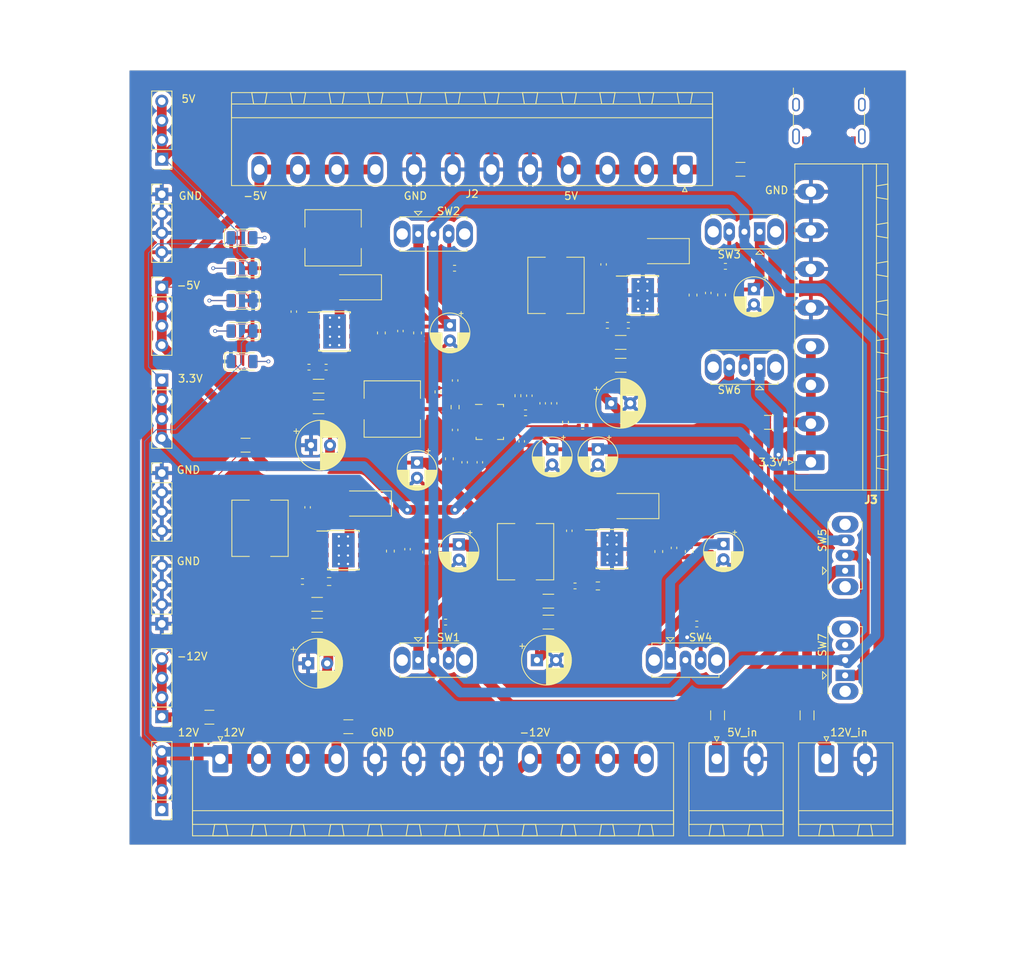
<source format=kicad_pcb>
(kicad_pcb (version 20221018) (generator pcbnew)
  (layers (0 "F.Cu" signal) (31 "B.Cu" signal) (34 "B.Paste" user) (35 "F.Paste" user) (36 "B.SilkS" user "B.Silkscreen") (37 "F.SilkS" user "F.Silkscreen") (38 "B.Mask" user) (39 "F.Mask" user) (44 "Edge.Cuts" user))
  (net 0 "")
  (net 1 "Net-(U2-BOOT)")
  (net 2 "Net-(D1-K)")
  (net 3 "Net-(SW1-A)")
  (net 4 "GND")
  (net 5 "-12V")
  (net 6 "Net-(SW2-A)")
  (net 7 "-5V")
  (net 8 "Net-(U3-BOOT)")
  (net 9 "Net-(D3-K)")
  (net 10 "Net-(SW3-A)")
  (net 11 "Net-(U4-BOOT)")
  (net 12 "Net-(D5-K)")
  (net 13 "Net-(SW6-C)")
  (net 14 "Net-(SW4-A)")
  (net 15 "Net-(U5-BOOT)")
  (net 16 "+3V3")
  (net 17 "5V_in")
  (net 18 "Net-(U1-BOOT)")
  (net 19 "Net-(C36-Pad2)")
  (net 20 "Net-(U1-VCC)")
  (net 21 "Net-(U1-SS)")
  (net 22 "Net-(SW5-C)")
  (net 23 "Net-(U1-COMP)")
  (net 24 "Net-(C44-Pad2)")
  (net 25 "Net-(D2-A)")
  (net 26 "Net-(D4-K)")
  (net 27 "Net-(D4-A)")
  (net 28 "Net-(D6-A)")
  (net 29 "Net-(D8-K)")
  (net 30 "Net-(D8-A)")
  (net 31 "Net-(D9-A)")
  (net 32 "+5VA")
  (net 33 "Net-(J1-Pin_1)")
  (net 34 "/5V_fuse")
  (net 35 "+5V")
  (net 36 "Net-(J12-Pin_1)")
  (net 37 "Net-(SW5-A)")
  (net 38 "+12VA")
  (net 44 "Net-(U2-VSENSE)")
  (net 45 "Net-(SW1-C)")
  (net 46 "Net-(SW2-C)")
  (net 47 "Net-(U3-VSENSE)")
  (net 48 "Net-(SW3-C)")
  (net 49 "Net-(U4-VSENSE)")
  (net 50 "Net-(SW4-C)")
  (net 51 "Net-(U5-VSENSE)")
  (net 52 "Net-(U1-FSW)")
  (net 53 "Net-(U1-EN)")
  (net 54 "Net-(U1-ILIM)")
  (net 55 "Net-(U1-FB)")
  (net 72 "Net-(D7-K)")
  (net 73 "+12V")
  (net 74 "Net-(SW5-B)")
  (footprint "Button_Switch_THT:SW_Slide_1P2T_CK_OS102011MS2Q" (layer "F.Cu") (at 192.25 125.5 90)
    (fp_text reference "SW7")
    (fp_text value "SW_SPDT")
  )
  (footprint "Capacitor_SMD:C_1206_3216Metric" (layer "F.Cu") (at 122.9 118.919888)
    (fp_text reference "C7" hide)
    (fp_text value "47uF" hide)
  )
  (footprint "Capacitor_THT:CP_Radial_D5.0mm_P2.00mm" (layer "F.Cu") (at 140.342621 79.5 -90)
    (fp_text reference "C9" hide)
    (fp_text value "100u" hide)
  )
  (footprint "Inductor_SMD:L_7.3x7.3_H3.5" (layer "F.Cu") (at 125 68 180)
    (fp_text reference "L2" hide)
    (fp_text value "15uH" hide)
  )
  (footprint "Fuse:Fuse_1206_3216Metric" (layer "F.Cu") (at 187.25 130.75 -90)
    (fp_text reference "F7" hide)
    (fp_text value "Fuse")
  )
  (footprint "Fuse:Fuse_1206_3216Metric" (layer "F.Cu") (at 127 132.25)
    (fp_text reference "F2" hide)
    (fp_text value "Fuse" hide)
  )
  (footprint "Connector_PinHeader_2.54mm:PinHeader_1x04_P2.54mm_Vertical" (layer "F.Cu") (at 102.5 62.277144)
    (fp_text reference "J10" hide)
    (fp_text value "Conn_01x04" hide)
  )
  (footprint "Resistor_SMD:R_0402_1005Metric" (layer "F.Cu") (at 149.275 88.75 -90)
    (fp_text reference "R19" hide)
    (fp_text value "100k" hide)
  )
  (footprint "Capacitor_THT:CP_Radial_D5.0mm_P2.00mm" (layer "F.Cu") (at 136.025 97.544888 -90)
    (fp_text reference "C35" hide)
    (fp_text value "100u/16v" hide)
  )
  (footprint "Capacitor_SMD:C_0603_1608Metric" (layer "F.Cu") (at 137.275 109.294888 90)
    (fp_text reference "C4" hide)
    (fp_text value "10uF" hide)
  )
  (footprint "Package_SO:TI_SO-PowerPAD-8_ThermalVias" (layer "F.Cu") (at 165.675 75.55)
    (fp_text reference "U4" hide)
    (fp_text value "TPS5430DDA" hide)
  )
  (footprint "Resistor_SMD:R_0402_1005Metric" (layer "F.Cu") (at 138.775 88.25 90)
    (fp_text reference "R18" hide)
    (fp_text value "100k" hide)
  )
  (footprint "Capacitor_THT:CP_Radial_D5.0mm_P2.00mm" (layer "F.Cu") (at 176.275 108.25 -90)
    (fp_text reference "C25" hide)
    (fp_text value "100u" hide)
  )
  (footprint "LED_SMD:LED_1206_3216Metric" (layer "F.Cu") (at 113.0175 76.25 180)
    (fp_text reference "D8" hide)
    (fp_text value "-5V_LED")
  )
  (footprint "Capacitor_THT:CP_Radial_D6.3mm_P2.50mm" (layer "F.Cu") (at 121.717621 123.919888)
    (fp_text reference "C8" hide)
    (fp_text value "220uF" hide)
  )
  (footprint "Connector_Phoenix_MSTB:PhoenixContact_MSTBA_2,5_12-G-5,08_1x12_P5.08mm_Horizontal" (layer "F.Cu") (at 171.19 59.0275 180)
    (fp_text reference "J2")
    (fp_text value "Conn_01x12")
  )
  (footprint "Capacitor_SMD:C_0402_1005Metric" (layer "F.Cu") (at 142.275 97.5 -90)
    (fp_text reference "C33" hide)
    (fp_text value "0.1u" hide)
  )
  (footprint "Package_DFN_QFN:Texas_VQFN-RHL-20" (layer "F.Cu") (at 145.585 92.2)
    (fp_text reference "U1" hide)
    (fp_text value "tps61088" hide)
  )
  (footprint "Fuse:Fuse_1206_3216Metric" (layer "F.Cu") (at 108.75 131 180)
    (fp_text reference "F3" hide)
    (fp_text value "Fuse")
  )
  (footprint "Fuse:Fuse_1206_3216Metric" (layer "F.Cu") (at 113.5 95.25 180)
    (fp_text reference "F5" hide)
    (fp_text value "Fuse")
  )
  (footprint "Capacitor_SMD:C_0603_1608Metric" (layer "F.Cu") (at 140.275 97.04 -90)
    (fp_text reference "C34" hide)
    (fp_text value "10u" hide)
  )
  (footprint "Connector_PinHeader_2.54mm:PinHeader_1x04_P2.54mm_Vertical" (layer "F.Cu") (at 102.5 74.488572)
    (fp_text reference "J11" hide)
    (fp_text value "Conn_01x04" hide)
  )
  (footprint "Capacitor_SMD:C_1206_3216Metric" (layer "F.Cu") (at 162.775 84.75)
    (fp_text reference "C24" hide)
    (fp_text value "47uF" hide)
  )
  (footprint "Capacitor_SMD:C_0603_1608Metric" (layer "F.Cu") (at 136.092621 80.5 90)
    (fp_text reference "C10" hide)
    (fp_text value "10uF" hide)
  )
  (footprint "Capacitor_THT:CP_Radial_D5.0mm_P2.00mm" (layer "F.Cu") (at 180.275 74.75 -90)
    (fp_text reference "C17" hide)
    (fp_text value "100u" hide)
  )
  (footprint "Capacitor_THT:CP_Radial_D5.0mm_P2.00mm" (layer "F.Cu") (at 141.525 108.294888 -90)
    (fp_text reference "C3" hide)
    (fp_text value "100u" hide)
  )
  (footprint "Resistor_SMD:R_0402_1005Metric" (layer "F.Cu") (at 140.951 72)
    (fp_text reference "R5" hide)
    (fp_text value "10M" hide)
  )
  (footprint "Capacitor_THT:CP_Radial_D6.3mm_P2.50mm" (layer "F.Cu") (at 161.525 89.75)
    (fp_text reference "C22" hide)
    (fp_text value "220uF" hide)
  )
  (footprint "Resistor_SMD:R_0402_1005Metric" (layer "F.Cu") (at 156.775 113.75)
    (fp_text reference "R14" hide)
    (fp_text value "22k" hide)
  )
  (footprint "Capacitor_SMD:C_0402_1005Metric" (layer "F.Cu") (at 149.775 94.75 -90)
    (fp_text reference "C39" hide)
    (fp_text value "0.1u" hide)
  )
  (footprint "Connector_PinHeader_2.54mm:PinHeader_1x04_P2.54mm_Vertical" (layer "F.Cu") (at 102.5 130.934284 180)
    (fp_text reference "J8" hide)
    (fp_text value "Conn_01x04" hide)
  )
  (footprint "Diode_SMD:D_SMA" (layer "F.Cu") (at 127.842621 74.5 180)
    (fp_text reference "D3" hide)
    (fp_text value "B340" hide)
  )
  (footprint "Fuse:Fuse_1206_3216Metric" (layer "F.Cu") (at 175.5 130.75 90)
    (fp_text reference "F1" hide)
    (fp_text value "Fuse")
  )
  (footprint "Resistor_SMD:R_0603_1608Metric" (layer "F.Cu") (at 159.775 113.75)
    (fp_text reference "R15" hide)
    (fp_text value "13k" hide)
  )
  (footprint "Fuse:Fuse_1206_3216Metric" (layer "F.Cu") (at 182.25 92.25 180)
    (fp_text reference "F6" hide)
    (fp_text value "Fuse")
  )
  (footprint "Package_SO:TI_SO-PowerPAD-8_ThermalVias" (layer "F.Cu") (at 125.192621 80.3)
    (fp_text reference "U3" hide)
    (fp_text value "TPS5430DDA" hide)
  )
  (footprint "Inductor_SMD:L_7.3x7.3_H3.5" (layer "F.Cu") (at 132.775 90.5)
    (fp_text reference "L5" hide)
    (fp_text value "1.5uH" hide)
  )
  (footprint "Capacitor_SMD:C_0603_1608Metric" (layer "F.Cu") (at 172.275 75.525 -90)
    (fp_text reference "C19" hide)
    (fp_text value "10uF" hide)
  )
  (footprint "Capacitor_THT:CP_Radial_D5.0mm_P2.00mm" (layer "F.Cu") (at 153.775 95.794888 -90)
    (fp_text reference "C40" hide)
    (fp_text value "100u/16v" hide)
  )
  (footprint "Button_Switch_THT:SW_Slide_1P2T_CK_OS102011MS2Q" (layer "F.Cu") (at 169.275 123.5)
    (fp_text reference "SW4")
    (fp_text value "SW_SPDT")
  )
  (footprint "Inductor_SMD:L_7.3x7.3_H3.5" (layer "F.Cu") (at 154.275 74.25 -90)
    (fp_text reference "L3" hide)
    (fp_text value "22uH" hide)
  )
  (footprint "Connector_PinHeader_2.54mm:PinHeader_1x04_P2.54mm_Vertical" (layer "F.Cu") (at 102.5 86.7)
    (fp_text reference "J12" hide)
    (fp_text value "Conn_01x04" hide)
  )
  (footprint "LED_SMD:LED_1206_3216Metric" (layer "F.Cu") (at 113.0175 68)
    (fp_text reference "D9" hide)
    (fp_text value "LED")
  )
  (footprint "Capacitor_SMD:C_0603_1608Metric" (layer "F.Cu") (at 171.775 109.225 90)
    (fp_text reference "C26" hide)
    (fp_text value "10uF" hide)
  )
  (footprint "Resistor_SMD:R_0402_1005Metric" (layer "F.Cu") (at 155.525 92.25 -90)
    (fp_text reference "R22" hide)
    (fp_text value "56k" hide)
  )
  (footprint "Capacitor_SMD:C_1206_3216Metric" (layer "F.Cu") (at 153.275 115.75)
    (fp_text reference "C32" hide)
    (fp_text value "47uF" hide)
  )
  (footprint "Capacitor_SMD:C_0603_1608Metric" (layer "F.Cu") (at 176.025 75.5 90)
    (fp_text reference "C18" hide)
    (fp_text value "10uF" hide)
  )
  (footprint "Capacitor_SMD:C_0603_1608Metric" (layer "F.Cu") (at 167.775 109.225 -90)
    (fp_text reference "C27" hide)
    (fp_text value "10uF" hide)
  )
  (footprint "Capacitor_SMD:C_0402_1005Metric" (layer "F.Cu") (at 119.842621 77.7 90)
    (fp_text reference "C13" hide)
    (fp_text value "0.01uF" hide)
  )
  (footprint "Capacitor_SMD:C_1206_3216Metric" (layer "F.Cu") (at 162.775 81.75)
    (fp_text reference "C23" hide)
    (fp_text value "47uF" hide)
  )
  (footprint "Capacitor_SMD:C_0402_1005Metric" (layer "F.Cu") (at 160.525 71.5 90)
    (fp_text reference "C21" hide)
    (fp_text value "0.01uF" hide)
  )
  (footprint "Diode_SMD:D_SMA" (layer "F.Cu") (at 164.275 103.25 180)
    (fp_text reference "D7" hide)
    (fp_text value "B340" hide)
  )
  (footprint "Capacitor_SMD:C_0402_1005Metric" (layer "F.Cu") (at 169.775 108.75 -90)
    (fp_text reference "C28" hide)
    (fp_text value "0.1uF" hide)
  )
  (footprint "Button_Switch_THT:SW_Slide_1P2T_CK_OS102011MS2Q" (layer "F.Cu") (at 181.025 67.2025 180)
    (fp_text reference "SW3")
    (fp_text value "SW_SPDT")
  )
  (footprint "Resistor_SMD:R_0402_1005Metric" (layer "F.Cu") (at 161.025 79.5)
    (fp_text reference "R10" hide)
    (fp_text value "12k" hide)
  )
  (footprint "Resistor_SMD:R_0402_1005Metric" (layer "F.Cu") (at 157.775 92.75)
    (fp_text reference "R21" hide)
    (fp_text value "510k" hide)
  )
  (footprint "Button_Switch_THT:SW_Slide_1P2T_CK_OS102011MS2Q" (layer "F.Cu") (at 136.175 67.5)
    (fp_text reference "SW2")
    (fp_text value "SW_SPDT")
  )
  (footprint "Button_Switch_THT:SW_Slide_1P2T_CK_OS102011MS2Q" (layer "F.Cu") (at 181.025 85 180)
    (fp_text reference "SW6")
    (fp_text value "SW_SPDT")
  )
  (footprint "Connector_Phoenix_MSTB:PhoenixContact_MSTBA_2,5_12-G-5,08_1x12_P5.08mm_Horizontal" (layer "F.Cu") (at 110.19 136.4725)
    (fp_text reference "12V")
    (fp_text value "Conn_01x12")
  )
  (footprint "Resistor_SMD:R_0603_1608Metric" (layer "F.Cu") (at 141.025 90.25 90)
    (fp_text reference "R17" hide)
    (fp_text value "240k" hide)
  )
  (footprint "Capacitor_SMD:C_0603_1608Metric" (layer "F.Cu") (at 132.525 109.169888 -90)
    (fp_text reference "C5" hide)
    (fp_text value "10uF" hide)
  )
  (footprint "Fuse:Fuse_1206_3216Metric" (layer "F.Cu") (at 178.5 59)
    (fp_text reference "F4" hide)
    (fp_text value "Fuse")
  )
  (footprint "LED_SMD:LED_1206_3216Metric" (layer "F.Cu") (at 113.0175 72 180)
    (fp_text reference "D6" hide)
    (fp_text value "5V_LED")
  )
  (footprint "Button_Switch_THT:SW_Slide_1P2T_CK_OS102011MS2Q" (layer "F.Cu") (at 192.25 111.75 90)
    (fp_text reference "SW5")
    (fp_text value "SW_SPDT")
  )
  (footprint "Resistor_SMD:R_0402_1005Metric" (layer "F.Cu") (at 150.275 91 180)
    (fp_text reference "R20" hide)
    (fp_text value "47k" hide)
  )
  (footprint "Resistor_SMD:R_0402_1005Metric" (layer "F.Cu") (at 172.765 118.75 180)
    (fp_text reference "R13" hide)
    (fp_text value "10M" hide)
  )
  (footprint "Capacitor_SMD:C_0402_1005Metric" (layer "F.Cu") (at 154.025 89.75 -90)
    (fp_text reference "C42" hide)
    (fp_text value "22p" hide)
  )
  (footprint "Resistor_SMD:R_0402_1005Metric" (layer "F.Cu") (at 176.525 71.75 180)
    (fp_text reference "R9" hide)
    (fp_text value "10M" hide)
  )
  (footprint "Capacitor_THT:CP_Radial_D6.3mm_P2.50mm" (layer "F.Cu") (at 151.775 123.5)
    (fp_text reference "C30" hide)
    (fp_text value "220uF" hide)
  )
  (footprint "Connector_USB:USB_C_Receptacle_GCT_USB4105-xx-A_16P_TopMnt_Horizontal" (layer "F.Cu") (at 190.125 51.57 180)
    (fp_text reference "P1" hide)
    (fp_text value "USB_C_Plug_USB2.0" hide)
  )
  (footprint "Inductor_SMD:L_7.3x7.3_H3.5" (layer "F.Cu") (at 115.4 106.169888 -90)
    (fp_text reference "L1" hide)
    (fp_text value "15uH" hide)
  )
  (footprint "Capacitor_THT:CP_Radial_D5.0mm_P2.00mm" (layer "F.Cu") (at 159.775 95.794888 -90)
    (fp_text reference "C41" hide)
    (fp_text value "100u/16v" hide)
  )
  (footprint "Capacitor_SMD:C_0402_1005Metric" (layer "F.Cu") (at 152.525 89.75 -90)
    (fp_text reference "C43" hide)
    (fp_text value "22p" hide)
  )
  (footprint "Resistor_SMD:R_0603_1608Metric" (layer "F.Cu") (at 124.475 113.169888)
    (fp_text reference "R2" hide)
    (fp_text value "2.7k" hide)
  )
  (footprint "Connector_PinHeader_2.54mm:PinHeader_1x04_P2.54mm_Vertical" (layer "F.Cu") (at 102.5 118.722856 180)
    (fp_text reference "J14" hide)
    (fp_text value "Conn_01x04" hide)
  )
  (footprint "Capacitor_SMD:C_1206_3216Metric" (layer "F.Cu") (at 123.092621 90.2)
    (fp_text reference "C15" hide)
    (fp_text value "47uF" hide)
  )
  (footprint "Capacitor_SMD:C_0603_1608Metric" (layer "F.Cu") (at 131.342621 80.5 -90)
    (fp_text reference "C11" hide)
    (fp_text value "10uF" hide)
  )
  (footprint "Capacitor_SMD:C_0402_1005Metric" (layer "F.Cu") (at 141.025 86.75 -90)
    (fp_text reference "C37" hide)
    (fp_text value "1u" hide)
  )
  (footprint "Capacitor_SMD:C_0402_1005Metric" (layer "F.Cu") (at 174.275 75.25 -90)
    (fp_text reference "C20" hide)
    (fp_text value "0.1uF" hide)
  )
  (footprint "LED_SMD:LED_1206_3216Metric" (layer "F.Cu") (at 113.0575 84.25)
    (fp_text reference "D4" hide)
    (fp_text value "-12V_LED")
  )
  (footprint "Connector_Phoenix_MSTB:PhoenixContact_MSTBA_2,5_8-G-5,08_1x08_P5.08mm_Horizontal" (layer "F.Cu") (at 187.75 97.5 90)
    (fp_text reference "J3")
    (fp_text value "Conn_01x08")
  )
  (footprint "Package_SO:TI_SO-PowerPAD-8_ThermalVias" (layer "F.Cu") (at 126.35 109.054888)
    (fp_text reference "U2" hide)
    (fp_text value "TPS5430DDA" hide)
  )
  (footprint "Resistor_SMD:R_0402_1005Metric" (layer "F.Cu") (at 120.975 113.169888)
    (fp_text reference "R1" hide)
    (fp_text value "24k" hide)
  )
  (footprint "LED_SMD:LED_1206_3216Metric" (layer "F.Cu") (at 113.0175 80.25 180)
    (fp_text reference "D2" hide)
    (fp_text value "12V_LED")
  )
  (footprint "Capacitor_SMD:C_1206_3216Metric" (layer "F.Cu") (at 123.092621 87.5)
    (fp_text reference "C16" hide)
    (fp_text value "47uF" hide)
  )
  (footprint "Connector_PinHeader_2.54mm:PinHeader_1x04_P2.54mm_Vertical" (layer "F.Cu") (at 102.5 57.665716 180)
    (fp_text reference "J9" hide)
    (fp_text value "Conn_01x04" hide)
  )
  (footprint "Resistor_SMD:R_0402_1005Metric" (layer "F.Cu") (at 124.082621 85)
    (fp_text reference "R7" hide)
    (fp_text value "3.9k" hide)
  )
  (footprint "Diode_SMD:D_SMA" (layer "F.Cu") (at 168.275 69.75 180)
    (fp_text reference "D5" hide)
    (fp_text value "B340" hide)
  )
  (footprint "Capacitor_THT:CP_Radial_D6.3mm_P2.50mm" (layer "F.Cu") (at 122.092621 95.25)
    (fp_text reference "C14" hide)
    (fp_text value "220uF" hide)
  )
  (footprint "Capacitor_SMD:C_0402_1005Metric" (layer "F.Cu") (at 144.275 97.5 -90)
    (fp_text reference "C38" hide)
    (fp_text value "0.1u" hide)
  )
  (footprint "Resistor_SMD:R_0402_1005Metric" (layer "F.Cu") (at 163.775 79.5)
    (fp_text reference "R11" hide)
    (fp_text value "3.9k" hide)
  )
  (footprint "Capacitor_SMD:C_0402_1005Metric" (layer "F.Cu") (at 121.65 103.419888 90)
    (fp_text reference "C1" hide)
    (fp_text value "0.01uF" hide)
  )
  (footprint "Diode_SMD:D_SMA" (layer "F.Cu") (at 129.15 102.919888 180)
    (fp_text reference "D1" hide)
    (fp_text value "B340" hide)
  )
  (footprint "Resistor_SMD:R_0402_1005Metric" (layer "F.Cu") (at 121.832621 85)
    (fp_text reference "R6" hide)
    (fp_text value "12k" hide)
  )
  (footprint "Capacitor_SMD:C_0402_1005Metric" (layer "F.Cu") (at 133.842621 80.25 -90)
    (fp_text reference "C12" hide)
    (fp_text value "0.1uF" hide)
  )
  (footprint "Capacitor_SMD:C_0402_1005Metric" (layer "F.Cu") (at 141.025 93.25 90)
    (fp_text reference "C36" hide)
    (fp_text value "0.1u" hide)
  )
  (footprint "Connector_Phoenix_MSTB:PhoenixContact_MSTBA_2,5_2-G-5,08_1x02_P5.08mm_Horizontal" (layer "F.Cu") (at 175.39 136.4725)
    (fp_text reference "J5" hide)
    (fp_text value "Conn_01x02")
  )
  (footprint "Capacitor_SMD:C_1206_3216Metric" (layer "F.Cu") (at 122.9 116.169888)
    (fp_text reference "C6" hide)
    (fp_text value "47uF" hide)
  )
  (footprint "Capacitor_SMD:C_0402_1005Metric" (layer "F.Cu") (at 156.025 106.5 90)
    (fp_text reference "C29" hide)
    (fp_text value "0.01uF" hide)
  )
  (footprint "Capacitor_SMD:C_0402_1005Metric" (layer "F.Cu") (at 134.775 108.919888 -90)
    (fp_text reference "C2" hide)
    (fp_text value "0.1uF" hide)
  )
  (footprint "Capacitor_SMD:C_0402_1005Metric" (layer "F.Cu") (at 150.775 88.75 -90)
    (fp_text reference "C44" hide)
    (fp_text value "1n" hide)
  )
  (footprint "Resistor_SMD:R_0402_1005Metric" (layer "F.Cu") (at 139.775 118.5 180)
    (fp_text reference "R4" hide)
    (fp_text value "10M" hide)
  )
  (footprint "Capacitor_SMD:C_1206_3216Metric" (layer "F.Cu") (at 153.275 118.5)
    (fp_text reference "C31" hide)
    (fp_text value "47uF" hide)
  )
  (footprint "Connector_Phoenix_MSTB:PhoenixContact_MSTBA_2,5_2-G-5,08_1x02_P5.08mm_Horizontal" (layer "F.Cu") (at 189.79 136.4725)
    (fp_text reference "J6" hide)
    (fp_text value "Conn_01x02")
  )
  (footprint "Connector_PinHeader_2.54mm:PinHeader_1x04_P2.54mm_Vertical" (layer "F.Cu") (at 102.5 143.145716 180)
    (fp_text reference "J7" hide)
    (fp_text value "Conn_01x04" hide)
  )
  (footprint "Inductor_SMD:L_7.3x7.3_H3.5" (layer "F.Cu") (at 150.275 109.25 -90)
    (fp_text reference "L4" hide)
    (fp_text value "22uH" hide)
  )
  (footprint "Button_Switch_THT:SW_Slide_1P2T_CK_OS102011MS2Q" (layer "F.Cu") (at 136.175 123.5)
    (fp_text reference "SW1")
    (fp_text value "SW_SPDT")
  )
  (footprint "Package_SO:TI_SO-PowerPAD-8_ThermalVias" (layer "F.Cu") (at 161.625 108.9)
    (fp_text reference "U5" hide)
    (fp_text value "TPS5430DDA" hide)
  )
  (footprint "Connector_PinHeader_2.54mm:PinHeader_1x04_P2.54mm_Vertical" (layer "F.Cu") (at 102.5 98.911428)
    (fp_text reference "J13" hide)
    (fp_text value "Conn_01x04" hide)
  )
  (footprint "Resistor_SMD:R_1206_3216Metric" (layer "B.Cu") (at 113.0375 80.25 180)
    (fp_text reference "R3" hide)
    (fp_text value "10k" hide)
  )
  (footprint "Resistor_SMD:R_1206_3216Metric" (layer "B.Cu") (at 113.0375 76.25 180)
    (fp_text reference "R16" hide)
    (fp_text value "3.3k" hide)
  )
  (footprint "Resistor_SMD:R_1206_3216Metric" (layer "B.Cu") (at 113.0375 72 180)
    (fp_text reference "R12" hide)
    (fp_text value "3.3k" hide)
  )
  (footprint "Resistor_SMD:R_1206_3216Metric" (layer "B.Cu") (at 113.0375 84.25)
    (fp_text reference "R8" hide)
    (fp_text value "10k" hide)
  )
  (footprint "Resistor_SMD:R_1206_3216Metric" (layer "B.Cu") (at 113.0375 68)
    (fp_text reference "R23" hide)
    (fp_text value "3.3k" hide)
  )
  (gr_rect (start 99.25 46.875) (end 199.25 146.875) (stroke (width 0.2)) (fill none) (layer "F.Cu"))
  (gr_rect (start 98.25 46) (end 200.25 147.75) (stroke (width 0.05)) (fill none) (layer "Edge.Cuts"))
  (gr_text "-12V" (at 106.5 123) (layer "F.SilkS") (effects (font (size 1 1))))
  (gr_text "12V" (at 106 133) (layer "F.SilkS") (effects (font (size 1 1))))
  (gr_text "5V_in" (at 178.75 133) (layer "F.SilkS") (effects (font (size 1 1))))
  (gr_text "GND" (at 106 98.5) (layer "F.SilkS") (effects (font (size 1 1))))
  (gr_text "-5V" (at 114.75 62.5) (layer "F.SilkS") (effects (font (size 1 1))))
  (gr_text "5V" (at 156.25 62.5) (layer "F.SilkS") (effects (font (size 1 1))))
  (gr_text "GND" (at 131.5 133) (layer "F.SilkS") (effects (font (size 1 1))))
  (gr_text "-12V" (at 151.5 133) (layer "F.SilkS") (effects (font (size 1 1))))
  (gr_text "GND" (at 106.25 62.5) (layer "F.SilkS") (effects (font (size 1 1))))
  (gr_text "-5V" (at 106 74.25) (layer "F.SilkS") (effects (font (size 1 1))))
  (gr_text "3.3V" (at 106.25 86.5) (layer "F.SilkS") (effects (font (size 1 1))))
  (gr_text "GND" (at 135.809523 62.5) (layer "F.SilkS") (effects (font (size 1 1))))
  (gr_text "GND" (at 183.25 61.75) (layer "F.SilkS") (effects (font (size 1 1))))
  (gr_text "12V_in" (at 192.75 133) (layer "F.SilkS") (effects (font (size 1 1))))
  (gr_text "GND" (at 106 110.5) (layer "F.SilkS") (effects (font (size 1 1))))
  (gr_text "3.3V" (at 182.5 97.5) (layer "F.SilkS") (effects (font (size 1 1))))
  (gr_text "5V" (at 106 49.75) (layer "F.SilkS") (effects (font (size 1 1))))
  (segment (start 121.65 103.899888) (end 123.65 105.899888) (width 0.254) (layer "F.Cu") (net 1))
  (segment (start 123.65 105.899888) (end 123.65 107.149888) (width 0.254) (layer "F.Cu") (net 1))
  (segment (start 129.05 105.019888) (end 131.15 102.919888) (width 0.508) (layer "F.Cu") (net 2))
  (segment (start 118.2 100.169888) (end 128.4 100.169888) (width 1.27) (layer "F.Cu") (net 2))
  (segment (start 121.62 102.969888) (end 115.4 102.969888) (width 0.508) (layer "F.Cu") (net 2))
  (segment (start 129.05 107.149888) (end 129.05 105.019888) (width 0.508) (layer "F.Cu") (net 2))
  (segment (start 115.4 102.969888) (end 118.2 100.169888) (width 1.27) (layer "F.Cu") (net 2))
  (segment (start 121.65 102.939888) (end 121.62 102.969888) (width 0.508) (layer "F.Cu") (net 2))
  (segment (start 128.4 100.169888) (end 131.15 102.919888) (width 1.27) (layer "F.Cu") (net 2))
  (segment (start 136.175 119.898213) (end 143.16 112.913213) (width 1.27) (layer "F.Cu") (net 3))
  (segment (start 129.05 108.419888) (end 141.4 108.419888) (width 0.508) (layer "F.Cu") (net 3))
  (segment (start 143.16 112.913213) (end 143.16 108.91) (width 1.27) (layer "F.Cu") (net 3))
  (segment (start 141.4 108.419888) (end 141.525 108.294888) (width 0.508) (layer "F.Cu") (net 3))
  (segment (start 136.175 123.5) (end 136.175 119.898213) (width 1.27) (layer "F.Cu") (net 3))
  (segment (start 143.16 108.91) (end 142.544888 108.294888) (width 1.27) (layer "F.Cu") (net 3))
  (segment (start 142.544888 108.294888) (end 141.525 108.294888) (width 1.27) (layer "F.Cu") (net 3))
  (via (at 171.5 120.5) (size 0.8) (drill 0.5) (layers "F.Cu" "B.Cu") (net 4))
  (segment (start 132.27 109.689888) (end 132.525 109.944888) (width 0.508) (layer "F.Cu") (net 5))
  (segment (start 124.375 123.762509) (end 124.217621 123.919888) (width 1.27) (layer "F.Cu") (net 5))
  (segment (start 125.3 113.169888) (end 126.35 112.119888) (width 0.508) (layer "F.Cu") (net 5))
  (segment (start 118.268879 131) (end 124.217621 125.051258) (width 1.27) (layer "F.Cu") (net 5))
  (segment (start 126.35 109.054888) (end 126.35 112.119888) (width 1.27) (layer "F.Cu") (net 5))
  (segment (start 129.05 109.689888) (end 132.27 109.689888) (width 0.508) (layer "F.Cu") (net 5))
  (segment (start 124.375 118.919888) (end 124.375 123.762509) (width 1.27) (layer "F.Cu") (net 5))
  (segment (start 110.15 131) (end 118.268879 131) (width 1.27) (layer "F.Cu") (net 5))
  (segment (start 127.15 102.919888) (end 127.15 108.254888) (width 1.27) (layer "F.Cu") (net 5))
  (segment (start 124.375 118.919888) (end 124.375 116.169888) (width 1.27) (layer "F.Cu") (net 5))
  (segment (start 124.375 114.094888) (end 125.3 113.169888) (width 0.508) (layer "F.Cu") (net 5))
  (segment (start 124.375 116.169888) (end 124.375 114.094888) (width 0.508) (layer "F.Cu") (net 5))
  (segment (start 124.217621 125.051258) (end 124.217621 123.919888) (width 1.27) (layer "F.Cu") (net 5))
  (segment (start 127.15 108.254888) (end 126.35 109.054888) (width 1.27) (layer "F.Cu") (net 5))
  (segment (start 136.175 67.5) (end 136.175 75.332379) (width 1.27) (layer "F.Cu") (net 6))
  (segment (start 140.177621 79.665) (end 140.342621 79.5) (width 0.508) (layer "F.Cu") (net 6))
  (segment (start 127.892621 79.665) (end 140.177621 79.665) (width 0.508) (layer "F.Cu") (net 6))
  (segment (start 136.175 75.332379) (end 140.342621 79.5) (width 1.27) (layer "F.Cu") (net 6))
  (segment (start 116.25 98) (end 114.9 96.65) (width 1.27) (layer "F.Cu") (net 7))
  (segment (start 124.592621 95.25) (end 124.592621 90.225) (width 0.508) (layer "F.Cu") (net 7))
  (segment (start 114.9 96.65) (end 114.9 95.25) (width 1.27) (layer "F.Cu") (net 7))
  (segment (start 125.842621 74.5) (end 125.842621 79.65) (width 1.27) (layer "F.Cu") (net 7))
  (segment (start 124.592621 95.25) (end 124.592621 96.907379) (width 1.27) (layer "F.Cu") (net 7))
  (segment (start 125.842621 79.65) (end 125.192621 80.3) (width 1.27) (layer "F.Cu") (net 7))
  (segment (start 124.592621 90.225) (end 124.567621 90.2) (width 0.508) (layer "F.Cu") (net 7))
  (segment (start 131.002621 80.935) (end 131.342621 81.275) (width 0.508) (layer "F.Cu") (net 7))
  (segment (start 124.592621 90.175) (end 124.567621 90.2) (width 0.508) (layer "F.Cu") (net 7))
  (segment (start 124.592621 85) (end 124.592621 90.175) (width 0.508) (layer "F.Cu") (net 7))
  (segment (start 123.5 98) (end 116.25 98) (width 1.27) (layer "F.Cu") (net 7))
  (segment (start 127.892621 80.935) (end 131.002621 80.935) (width 0.508) (layer "F.Cu") (net 7))
  (segment (start 124.592621 96.907379) (end 123.5 98) (width 1.27) (layer "F.Cu") (net 7))
  (segment (start 122.492621 78.395) (end 120.057621 78.395) (width 0.508) (layer "F.Cu") (net 8))
  (segment (start 120.057621 78.395) (end 119.842621 78.18) (width 0.508) (layer "F.Cu") (net 8))
  (segment (start 128.2 68) (end 128.2 70.5) (width 1.27) (layer "F.Cu") (net 9))
  (segment (start 119.842621 77.22) (end 126.562621 70.5) (width 0.508) (layer "F.Cu") (net 9))
  (segment (start 126.562621 70.5) (end 128.2 70.5) (width 0.508) (layer "F.Cu") (net 9))
  (segment (start 129.842621 74.5) (end 129.842621 76.445) (width 0.508) (layer "F.Cu") (net 9))
  (segment (start 128.2 72.857379) (end 129.842621 74.5) (width 1.27) (layer "F.Cu") (net 9))
  (segment (start 119.812621 77.25) (end 119.842621 77.22) (width 0.508) (layer "F.Cu") (net 9))
  (segment (start 128.2 70.5) (end 128.2 72.857379) (width 1.27) (layer "F.Cu") (net 9))
  (segment (start 129.842621 76.445) (end 127.892621 78.395) (width 0.508) (layer "F.Cu") (net 9))
  (segment (start 172.275 74.75) (end 172.319888 74.794888) (width 0.508) (layer "F.Cu") (net 10))
  (segment (start 168.54 74.75) (end 168.375 74.915) (width 0.508) (layer "F.Cu") (net 10))
  (segment (start 180.230112 74.794888) (end 180.275 74.75) (width 0.508) (layer "F.Cu") (net 10))
  (segment (start 181.025 67.2025) (end 181.025 74) (width 1.27) (layer "F.Cu") (net 10))
  (segment (start 181.025 74) (end 180.275 74.75) (width 1.27) (layer "F.Cu") (net 10))
  (segment (start 172.275 74.75) (end 168.54 74.75) (width 0.508) (layer "F.Cu") (net 10))
  (segment (start 172.319888 74.794888) (end 180.230112 74.794888) (width 0.508) (layer "F.Cu") (net 10))
  (segment (start 161.31 71.98) (end 162.975 73.645) (width 0.508) (layer "F.Cu") (net 11))
  (segment (start 160.525 71.98) (end 161.31 71.98) (width 0.508) (layer "F.Cu") (net 11))
  (segment (start 168.375 73.645) (end 168.375 71.65) (width 0.508) (layer "F.Cu") (net 12))
  (segment (start 160.525 71.02) (end 160.495 71.05) (width 0.508) (layer "F.Cu") (net 12))
  (segment (start 168.375 71.65) (end 170.275 69.75) (width 0.508) (layer "F.Cu") (net 12))
  (segment (start 158.825 66.5) (end 167.025 66.5) (width 1.27) (layer "F.Cu") (net 12))
  (segment (start 154.275 71.05) (end 158.825 66.5) (width 1.27) (layer "F.Cu") (net 12))
  (segment (start 160.495 71.05) (end 154.275 71.05) (width 0.508) (layer "F.Cu") (net 12))
  (segment (start 167.025 66.5) (end 170.275 69.75) (width 1.27) (layer "F.Cu") (net 12))
  (segment (start 172.16 91.385) (end 163.16 91.385) (width 1.27) (layer "F.Cu") (net 13))
  (segment (start 177.025 85) (end 177.025 86.52) (width 1.27) (layer "F.Cu") (net 13))
  (segment (start 161.3 81.75) (end 155.025 81.75) (width 0.508) (layer "F.Cu") (net 13))
  (segment (start 155.9 84.125) (end 161.525 89.75) (width 1.27) (layer "F.Cu") (net 13))
  (segment (start 154.275 77.45) (end 154.275 79.5) (width 1.27) (layer "F.Cu") (net 13))
  (segment (start 161.3 84.75) (end 156.525 84.75) (width 0.508) (layer "F.Cu") (net 13))
  (segment (start 177.025 86.52) (end 172.16 91.385) (width 1.27) (layer "F.Cu") (net 13))
  (segment (start 154.275 79.5) (end 154.275 82.5) (width 1.27) (layer "F.Cu") (net 13))
  (segment (start 160.515 79.5) (end 154.275 79.5) (width 0.508) (layer "F.Cu") (net 13))
  (segment (start 154.275 82.5) (end 155.9 84.125) (width 1.27) (layer "F.Cu") (net 13))
  (segment (start 163.16 91.385) (end 161.525 89.75) (width 1.27) (layer "F.Cu") (net 13))
  (segment (start 156.525 84.75) (end 155.9 84.125) (width 0.508) (layer "F.Cu") (net 13))
  (segment (start 176.26 108.265) (end 176.275 108.25) (width 0.508) (layer "F.Cu") (net 14))
  (segment (start 164.325 108.265) (end 176.26 108.265) (width 0.508) (layer "F.Cu") (net 14))
  (segment (start 174.205 108.25) (end 176.275 108.25) (width 1.27) (layer "B.Cu") (net 14))
  (segment (start 169.275 113.18) (end 174.205 108.25) (width 1.27) (layer "B.Cu") (net 14))
  (segment (start 169.275 123.5) (end 169.275 113.18) (width 1.27) (layer "B.Cu") (net 14))
  (segment (start 158.925 106.995) (end 156.04 106.995) (width 0.508) (layer "F.Cu") (net 15))
  (segment (start 156.04 106.995) (end 156.025 106.98) (width 0.508) (layer "F.Cu") (net 15))
  (segment (start 156.265 113.75) (end 151.575 113.75) (width 0.508) (layer "F.Cu") (net 16))
  (segment (start 167.92224 120.915) (end 154.36 120.915) (width 1.27) (layer "F.Cu") (net 16))
  (segment (start 151.575 113.75) (end 150.925 113.1) (width 0.508) (layer "F.Cu") (net 16))
  (segment (start 154.36 120.915) (end 151.775 123.5) (width 1.27) (layer "F.Cu") (net 16))
  (segment (start 180.85 107.98724) (end 167.92224 120.915) (width 1.27) (layer "F.Cu") (net 16))
  (segment (start 180.85 92.25) (end 180.85 107.98724) (width 1.27) (layer "F.Cu") (net 16))
  (segment (start 151.775 113.95) (end 150.925 113.1) (width 0.508) (layer "F.Cu") (net 16))
  (segment (start 151.775 123.5) (end 151.775 113.95) (width 0.508) (layer "F.Cu") (net 16))
  (segment (start 150.925 113.1) (end 150.275 112.45) (width 0.508) (layer "F.Cu") (net 16))
  (segment (start 136.025 97.544888) (end 138.995112 97.544888) (width 0.508) (layer "F.Cu") (net 17))
  (segment (start 140.275 96.265) (end 141.52 96.265) (width 0.508) (layer "F.Cu") (net 17))
  (segment (start 141.52 96.265) (end 142.275 97.02) (width 0.508) (layer "F.Cu") (net 17))
  (segment (start 175.5 129.35) (end 148.35 129.35) (width 1.27) (layer "F.Cu") (net 17))
  (segment (start 183.5 121.35) (end 183.5 96.5) (width 1.27) (layer "F.Cu") (net 17))
  (segment (start 138.995112 97.544888) (end 140.275 96.265) (width 0.508) (layer "F.Cu") (net 17))
  (segment (start 132.069888 97.544888) (end 136.025 97.544888) (width 0.508) (layer "F.Cu") (net 17))
  (segment (start 129.575 90.5) (end 129.575 95.05) (width 0.508) (layer "F.Cu") (net 17))
  (segment (start 143.935 95.36) (end 143.935 94.024) (width 0.508) (layer "F.Cu") (net 17))
  (segment (start 145.25 126.25) (end 145.25 105.5) (width 1.27) (layer "F.Cu") (net 17))
  (segment (start 145.25 105.5) (end 137.294888 97.544888) (width 1.27) (layer "F.Cu") (net 17))
  (segment (start 137.294888 97.544888) (end 136.025 97.544888) (width 1.27) (layer "F.Cu") (net 17))
  (segment (start 129.575 95.05) (end 132.069888 97.544888) (width 0.508) (layer "F.Cu") (net 17))
  (segment (start 142.275 97.02) (end 143.935 95.36) (width 0.508) (layer "F.Cu") (net 17))
  (segment (start 175.5 129.35) (end 183.5 121.35) (width 1.27) (layer "F.Cu") (net 17))
  (segment (start 148.35 129.35) (end 145.25 126.25) (width 1.27) (layer "F.Cu") (net 17))
  (via (at 183.5 96.5) (size 0.8) (drill 0.5) (layers "F.Cu" "B.Cu") (net 17))
  (segment (start 181.025 88.525) (end 181.025 85) (width 1.27) (layer "B.Cu") (net 17))
  (segment (start 183.5 96.5) (end 183.5 91) (width 1.27) (layer "B.Cu") (net 17))
  (segment (start 183.5 91) (end 181.025 88.525) (width 1.27) (layer "B.Cu") (net 17))
  (segment (start 141.025 92.77) (end 141.205 92.95) (width 0.254) (layer "F.Cu") (net 19))
  (segment (start 143.935 92.95) (end 143.935 91.45) (width 0.254) (layer "F.Cu") (net 19))
  (segment (start 141.205 92.95) (end 143.935 92.95) (width 0.254) (layer "F.Cu") (net 19))
  (segment (start 135.975 90.5) (end 139.95 90.5) (width 0.508) (layer "F.Cu") (net 19))
  (segment (start 138.755 90.5) (end 135.975 90.5) (width 0.254) (layer "F.Cu") (net 19))
  (segment (start 139.95 90.5) (end 141.025 89.425) (width 0.508) (layer "F.Cu") (net 19))
  (segment (start 141.025 92.77) (end 138.755 90.5) (width 0.254) (layer "F.Cu") (net 19))
  (segment (start 142.015 87.23) (end 141.025 87.23) (width 0.254) (layer "F.Cu") (net 20))
  (segment (start 140.515 87.74) (end 141.025 87.23) (width 0.254) (layer "F.Cu") (net 20))
  (segment (start 144.835 90.05) (end 142.015 87.23) (width 0.254) (layer "F.Cu") (net 20))
  (segment (start 138.775 87.74) (end 140.515 87.74) (width 0.254) (layer "F.Cu") (net 20))
  (segment (start 144.835 96.46) (end 144.835 94.35) (width 0.254) (layer "F.Cu") (net 21))
  (segment (start 144.275 97.02) (end 144.835 96.46) (width 0.254) (layer "F.Cu") (net 21))
  (segment (start 153.775 95.794888) (end 159.775 95.794888) (width 0.508) (layer "F.Cu") (net 22))
  (segment (start 148.455 92.95) (end 147.235 92.95) (width 0.254) (layer "F.Cu") (net 22))
  (segment (start 147.235 92.95) (end 147.235 91.95) (width 0.254) (layer "F.Cu") (net 22))
  (segment (start 149.775 94.27) (end 148.455 92.95) (width 0.254) (layer "F.Cu") (net 22))
  (segment (start 152.250112 94.27) (end 149.775 94.27) (width 0.508) (layer "F.Cu") (net 22))
  (segment (start 153.775 95.794888) (end 152.250112 94.27) (width 0.508) (layer "F.Cu") (net 22))
  (segment (start 192.25 107.75) (end 189.73 107.75) (width 1.27) (layer "B.Cu") (net 22))
  (segment (start 177.774888 95.794888) (end 159.775 95.794888) (width 1.27) (layer "B.Cu") (net 22))
  (segment (start 189.73 107.75) (end 177.774888 95.794888) (width 1.27) (layer "B.Cu") (net 22))
  (segment (start 151.744684 91.647) (end 152.525 90.866684) (width 0.254) (layer "F.Cu") (net 23))
  (segment (start 149.715 90.95) (end 149.765 91) (width 0.254) (layer "F.Cu") (net 23))
  (segment (start 149.765 91) (end 150.412 91.647) (width 0.254) (layer "F.Cu") (net 23))
  (segment (start 147.235 90.95) (end 149.715 90.95) (width 0.254) (layer "F.Cu") (net 23))
  (segment (start 154.025 90.23) (end 152.608 91.647) (width 0.254) (layer "F.Cu") (net 23))
  (segment (start 150.775 91.647) (end 151.744684 91.647) (width 0.254) (layer "F.Cu") (net 23))
  (segment (start 150.412 91.647) (end 150.775 91.647) (width 0.254) (layer "F.Cu") (net 23))
  (segment (start 152.608 91.647) (end 150.775 91.647) (width 0.254) (layer "F.Cu") (net 23))
  (segment (start 152.525 90.866684) (end 152.525 90.23) (width 0.254) (layer "F.Cu") (net 23))
  (segment (start 150.775 89.23) (end 150.775 90.99) (width 0.254) (layer "F.Cu") (net 24))
  (segment (start 150.775 90.99) (end 150.785 91) (width 0.254) (layer "F.Cu") (net 24))
  (segment (start 111.6175 80.25) (end 109.5 80.25) (width 0.127) (layer "F.Cu") (net 25))
  (via (at 109.5 80.25) (size 0.5) (drill 0.3) (layers "F.Cu" "B.Cu") (net 25))
  (segment (start 109.5 80.25) (end 111.575 80.25) (width 0.127) (layer "B.Cu") (net 25))
  (segment (start 104.75 104.326199) (end 104.75 121.064284) (width 0.127) (layer "F.Cu") (net 26))
  (segment (start 111.75 84.25) (end 113.5 86) (width 0.127) (layer "F.Cu") (net 26))
  (segment (start 113.5 95.576199) (end 104.75 104.326199) (width 0.127) (layer "F.Cu") (net 26))
  (segment (start 150.83 136.4725) (end 166.07 136.4725) (width 1.27) (layer "F.Cu") (net 26))
  (segment (start 107.35 131) (end 107.35 139.1) (width 1.27) (layer "F.Cu") (net 26))
  (segment (start 102.565716 131) (end 102.5 130.934284) (width 1.27) (layer "F.Cu") (net 26))
  (segment (start 109 140.75) (end 146.5525 140.75) (width 1.27) (layer "F.Cu") (net 26))
  (segment (start 146.5525 140.75) (end 150.83 136.4725) (width 1.27) (layer "F.Cu") (net 26))
  (segment (start 107.35 131) (end 102.565716 131) (width 1.27) (layer "F.Cu") (net 26))
  (segment (start 111.6575 84.25) (end 111.75 84.25) (width 0.127) (layer "F.Cu") (net 26))
  (segment (start 102.5 130.934284) (end 102.5 123.314284) (width 1.27) (layer "F.Cu") (net 26))
  (segment (start 107.35 139.1) (end 109 140.75) (width 1.27) (layer "F.Cu") (net 26))
  (segment (start 104.75 121.064284) (end 102.5 123.314284) (width 0.127) (layer "F.Cu") (net 26))
  (segment (start 113.5 86) (end 113.5 95.576199) (width 0.127) (layer "F.Cu") (net 26))
  (segment (start 114.4575 84.25) (end 116.5 84.25) (width 0.127) (layer "F.Cu") (net 27))
  (via (at 116.5 84.25) (size 0.5) (drill 0.3) (layers "F.Cu" "B.Cu") (net 27))
  (segment (start 116.5 84.25) (end 114.5 84.25) (width 0.127) (layer "B.Cu") (net 27))
  (segment (start 111.6175 72) (end 109.25 72) (width 0.127) (layer "F.Cu") (net 28))
  (via (at 109.25 72) (size 0.5) (drill 0.3) (layers "F.Cu" "B.Cu") (net 28))
  (segment (start 109.25 72) (end 111.575 72) (width 0.127) (layer "B.Cu") (net 28))
  (segment (start 115.31 61.678572) (end 102.5 74.488572) (width 1.27) (layer "F.Cu") (net 29))
  (segment (start 115.31 59.0275) (end 130.55 59.0275) (width 1.27) (layer "F.Cu") (net 29))
  (segment (start 112.1 95.25) (end 112.1 91.708572) (width 1.27) (layer "F.Cu") (net 29))
  (segment (start 102.5 82.108572) (end 102.5 74.488572) (width 1.27) (layer "F.Cu") (net 29))
  (segment (start 115.31 59.0275) (end 115.31 61.678572) (width 1.27) (layer "F.Cu") (net 29))
  (segment (start 114.4175 76.25) (end 112.656072 74.488572) (width 0.127) (layer "F.Cu") (net 29))
  (segment (start 112.656072 74.488572) (end 102.5 74.488572) (width 0.127) (layer "F.Cu") (net 29))
  (segment (start 112.1 91.708572) (end 102.5 82.108572) (width 1.27) (layer "F.Cu") (net 29))
  (segment (start 108.75 76.25) (end 111.6175 76.25) (width 0.127) (layer "F.Cu") (net 30))
  (via (at 108.75 76.25) (size 0.5) (drill 0.3) (layers "F.Cu" "B.Cu") (net 30))
  (segment (start 111.575 76.25) (end 108.75 76.25) (width 0.127) (layer "B.Cu") (net 30))
  (segment (start 114.4175 68) (end 116 68) (width 0.127) (layer "F.Cu") (net 31))
  (via (at 116 68) (size 0.5) (drill 0.3) (layers "F.Cu" "B.Cu") (net 31))
  (segment (start 116 68) (end 114.5 68) (width 0.127) (layer "B.Cu") (net 31))
  (segment (start 175.39 136.4725) (end 175.39 132.26) (width 1.27) (layer "F.Cu") (net 32))
  (segment (start 175.39 132.26) (end 175.5 132.15) (width 1.27) (layer "F.Cu") (net 32))
  (segment (start 125.43 136.4725) (end 125.43 132.42) (width 1.27) (layer "F.Cu") (net 33))
  (segment (start 125.43 136.4725) (end 110.19 136.4725) (width 1.27) (layer "F.Cu") (net 33))
  (segment (start 102.5 143.145716) (end 102.5 135.525716) (width 1.27) (layer "F.Cu") (net 33))
  (segment (start 125.43 132.42) (end 125.6 132.25) (width 1.27) (layer "F.Cu") (net 33))
  (segment (start 112.9565 81.7935) (end 112.9565 84.532199) (width 0.127) (layer "B.Cu") (net 33))
  (segment (start 100.25 94.75) (end 100.25 133.275716) (width 0.127) (layer "B.Cu") (net 33))
  (segment (start 101.7935 93.2065) (end 100.25 94.75) (width 0.127) (layer "B.Cu") (net 33))
  (segment (start 100.25 133.275716) (end 102.5 135.525716) (width 0.127) (layer "B.Cu") (net 33))
  (segment (start 104.282199 93.2065) (end 101.7935 93.2065) (width 0.127) (layer "B.Cu") (net 33))
  (segment (start 114.5 80.25) (end 112.9565 81.7935) (width 0.127) (layer "B.Cu") (net 33))
  (segment (start 112.9565 84.532199) (end 104.282199 93.2065) (width 0.127) (layer "B.Cu") (net 33))
  (segment (start 109.243216 135.525716) (end 110.19 136.4725) (width 1.27) (layer "B.Cu") (net 33))
  (segment (start 102.5 135.525716) (end 109.243216 135.525716) (width 1.27) (layer "B.Cu") (net 33))
  (segment (start 192.525 56.233) (end 192.525 55.25) (width 0.508) (layer "F.Cu") (net 34))
  (segment (start 177.0725 59.0275) (end 177.1 59) (width 1.27) (layer "F.Cu") (net 34))
  (segment (start 179.1 57) (end 177.1 59) (width 0.508) (layer "F.Cu") (net 34))
  (segment (start 155.95 59.0275) (end 177.0725 59.0275) (width 1.27) (layer "F.Cu") (net 34))
  (segment (start 153.315 56.3925) (end 155.95 59.0275) (width 1.27) (layer "F.Cu") (net 34))
  (segment (start 102.5 57.665716) (end 103.773216 56.3925) (width 1.27) (layer "F.Cu") (net 34))
  (segment (start 187.725 55.25) (end 187.725 56.233) (width 0.508) (layer "F.Cu") (net 34))
  (segment (start 186.958 57) (end 179.1 57) (width 0.508) (layer "F.Cu") (net 34))
  (segment (start 191.758 57) (end 192.525 56.233) (width 0.508) (layer "F.Cu") (net 34))
  (segment (start 187.725 56.233) (end 186.958 57) (width 0.508) (layer "F.Cu") (net 34))
  (segment (start 102.5 50.045716) (end 102.5 57.665716) (width 1.27) (layer "F.Cu") (net 34))
  (segment (start 103.773216 56.3925) (end 153.315 56.3925) (width 1.27) (layer "F.Cu") (net 34))
  (segment (start 186.958 57) (end 191.758 57) (width 0.508) (layer "F.Cu") (net 34))
  (segment (start 112.401 69.901) (end 112.401 67.162301) (width 0.127) (layer "B.Cu") (net 34))
  (segment (start 114.5 72) (end 112.401 69.901) (width 0.127) (layer "B.Cu") (net 34))
  (segment (start 112.401 67.162301) (end 102.904415 57.665716) (width 0.127) (layer "B.Cu") (net 34))
  (segment (start 102.904415 57.665716) (end 102.5 57.665716) (width 0.127) (layer "B.Cu") (net 34))
  (segment (start 179.9 59) (end 185.06 64.16) (width 1.27) (layer "F.Cu") (net 35))
  (segment (start 185.06 77.295) (end 179.025 83.33) (width 1.27) (layer "F.Cu") (net 35))
  (segment (start 185.06 64.16) (end 185.06 77.295) (width 1.27) (layer "F.Cu") (net 35))
  (segment (start 179.025 83.33) (end 179.025 85) (width 1.27) (layer "F.Cu") (net 35))
  (segment (start 102.5 86.7) (end 102.5 94.32) (width 1.27) (layer "F.Cu") (net 36))
  (segment (start 187.75 97.5) (end 187.75 82.26) (width 1.27) (layer "F.Cu") (net 36))
  (segment (start 183.65 92.25) (end 187.58 92.25) (width 1.27) (layer "F.Cu") (net 36))
  (segment (start 187.58 92.25) (end 187.75 92.42) (width 1.27) (layer "F.Cu") (net 36))
  (segment (start 134.75 103.75) (end 141 103.75) (width 1.27) (layer "F.Cu") (net 36))
  (via (at 141 103.75) (size 0.8) (drill 0.5) (layers "F.Cu" "B.Cu") (net 36))
  (via (at 134.75 103.75) (size 0.8) (drill 0.5) (layers "F.Cu" "B.Cu") (net 36))
  (segment (start 100.75 70) (end 100.75 84.95) (width 0.127) (layer "B.Cu") (net 36))
  (segment (start 106.18 98) (end 129 98) (width 1.27) (layer "B.Cu") (net 36))
  (segment (start 100.75 84.95) (end 102.5 86.7) (width 0.127) (layer "B.Cu") (net 36))
  (segment (start 151.25 93.5) (end 178.421106 93.5) (width 1.27) (layer "B.Cu") (net 36))
  (segment (start 110.791356 68.783644) (end 101.966356 68.783644) (width 0.127) (layer "B.Cu") (net 36))
  (segment (start 102.5 94.32) (end 106.18 98) (width 1.27) (layer "B.Cu") (net 36))
  (segment (start 141 103.75) (end 151.25 93.5) (width 1.27) (layer "B.Cu") (net 36))
  (segment (start 187.28 97.97) (end 187.75 97.5) (width 1.27) (layer "B.Cu") (net 36))
  (segment (start 182.891106 97.97) (end 187.28 97.97) (width 1.27) (layer "B.Cu") (net 36))
  (segment (start 101.966356 68.783644) (end 100.75 70) (width 0.127) (layer "B.Cu") (net 36))
  (segment (start 129 98) (end 134.75 103.75) (width 1.27) (layer "B.Cu") (net 36))
  (segment (start 178.421106 93.5) (end 182.891106 97.97) (width 1.27) (layer "B.Cu") (net 36))
  (segment (start 111.575 68) (end 110.791356 68.783644) (width 0.127) (layer "B.Cu") (net 36))
  (segment (start 190.963497 111.75) (end 192.25 111.75) (width 1.27) (layer "F.Cu") (net 37))
  (segment (start 187.25 129.35) (end 187.25 115.463497) (width 1.27) (layer "F.Cu") (net 37))
  (segment (start 187.25 115.463497) (end 190.963497 111.75) (width 1.27) (layer "F.Cu") (net 37))
  (segment (start 189.79 136.4725) (end 189.79 134.69) (width 1.27) (layer "F.Cu") (net 38))
  (segment (start 189.79 134.69) (end 187.25 132.15) (width 1.27) (layer "F.Cu") (net 38))
  (segment (start 121.485 113.169888) (end 123.65 113.169888) (width 0.508) (layer "F.Cu") (net 44))
  (segment (start 123.65 110.959888) (end 123.65 113.169888) (width 0.508) (layer "F.Cu") (net 44))
  (segment (start 140.175 123.5) (end 140.175 118.61) (width 0.508) (layer "F.Cu") (net 45))
  (segment (start 140.175 118.61) (end 140.285 118.5) (width 0.508) (layer "F.Cu") (net 45))
  (segment (start 140.25 72) (end 140.25 67.577621) (width 0.508) (layer "F.Cu") (net 46))
  (segment (start 123.572621 85) (end 122.342621 85) (width 0.508) (layer "F.Cu") (net 47))
  (segment (start 122.342621 85) (end 122.342621 82.355) (width 0.508) (layer "F.Cu") (net 47))
  (segment (start 122.342621 82.355) (end 122.492621 82.205) (width 0.508) (layer "F.Cu") (net 47))
  (segment (start 177.035 67.2125) (end 177.025 67.2025) (width 0.508) (layer "F.Cu") (net 48))
  (segment (start 177.035 71.75) (end 177.035 67.2125) (width 0.508) (layer "F.Cu") (net 48))
  (segment (start 162.975 77.455) (end 162.975 79.21) (width 0.508) (layer "F.Cu") (net 49))
  (segment (start 162.975 79.21) (end 163.265 79.5) (width 0.508) (layer "F.Cu") (net 49))
  (segment (start 162.975 77.455) (end 162.975 78.06) (width 0.508) (layer "F.Cu") (net 49))
  (segment (start 162.975 78.06) (end 161.535 79.5) (width 0.508) (layer "F.Cu") (net 49))
  (segment (start 173.275 118.75) (end 173.275 123.24) (width 0.508) (layer "F.Cu") (net 50))
  (segment (start 158.95 113.75) (end 157.285 113.75) (width 0.508) (layer "F.Cu") (net 51))
  (segment (start 157.285 113.75) (end 157.285 112.445) (width 0.508) (layer "F.Cu") (net 51))
  (segment (start 157.285 112.445) (end 158.925 110.805) (width 0.508) (layer "F.Cu") (net 51))
  (segment (start 143.935 90.95) (end 141.15 90.95) (width 0.254) (layer "F.Cu") (net 52))
  (segment (start 141.15 90.95) (end 141.025 91.075) (width 0.254) (layer "F.Cu") (net 52))
  (segment (start 142.183 88.698) (end 138.837 88.698) (width 0.254) (layer "F.Cu") (net 53))
  (segment (start 143.935 90.45) (end 142.183 88.698) (width 0.254) (layer "F.Cu") (net 53))
  (segment (start 138.837 88.698) (end 138.775 88.76) (width 0.254) (layer "F.Cu") (net 53))
  (segment (start 147.235 90.45) (end 148.085 90.45) (width 0.254) (layer "F.Cu") (net 54))
  (segment (start 148.085 90.45) (end 149.275 89.26) (width 0.254) (layer "F.Cu") (net 54))
  (segment (start 148.907053 92.76) (end 147.597053 91.45) (width 0.254) (layer "F.Cu") (net 55))
  (segment (start 157.265 92.75) (end 155.535 92.75) (width 0.254) (layer "F.Cu") (net 55))
  (segment (start 155.525 92.76) (end 148.907053 92.76) (width 0.254) (layer "F.Cu") (net 55))
  (segment (start 155.535 92.75) (end 155.525 92.76) (width 0.254) (layer "F.Cu") (net 55))
  (segment (start 147.597053 91.45) (end 147.235 91.45) (width 0.254) (layer "F.Cu") (net 55))
  (segment (start 155.825 100.5) (end 163.525 100.5) (width 1.27) (layer "F.Cu") (net 72))
  (segment (start 166.275 103.25) (end 166.275 105.045) (width 0.508) (layer "F.Cu") (net 72))
  (segment (start 150.275 106.05) (end 155.825 100.5) (width 1.27) (layer "F.Cu") (net 72))
  (segment (start 163.525 100.5) (end 166.275 103.25) (width 1.27) (layer "F.Cu") (net 72))
  (segment (start 166.275 105.045) (end 164.325 106.995) (width 0.508) (layer "F.Cu") (net 72))
  (segment (start 155.995 106.05) (end 150.275 106.05) (width 0.508) (layer "F.Cu") (net 72))
  (segment (start 156.025 106.02) (end 155.995 106.05) (width 0.508) (layer "F.Cu") (net 72))
  (segment (start 138.175 125.17) (end 138.175 123.5) (width 1.27) (layer "F.Cu") (net 73))
  (segment (start 128.4 132.25) (end 131.095 132.25) (width 1.27) (layer "F.Cu") (net 73))
  (segment (start 131.095 132.25) (end 138.175 125.17) (width 1.27) (layer "F.Cu") (net 73))
  (segment (start 169.545 127.75) (end 141.683472 127.75) (width 1.27) (layer "B.Cu") (net 73))
  (segment (start 196.25 120.241528) (end 192.576528 123.915) (width 1.27) (layer "B.Cu") (net 73))
  (segment (start 179.025 68.8725) (end 184.7875 74.635) (width 1.27) (layer "B.Cu") (net 73))
  (segment (start 196.25 81.5) (end 196.25 120.241528) (width 1.27) (layer "B.Cu") (net 73))
  (segment (start 184.7875 74.635) (end 189.385 74.635) (width 1.27) (layer "B.Cu") (net 73))
  (segment (start 178.761503 123.5) (end 176.176503 126.085) (width 1.27) (layer "B.Cu") (net 73))
  (segment (start 179.025 67.2025) (end 179.025 68.8725) (width 1.27) (layer "B.Cu") (net 73))
  (segment (start 192.576528 123.915) (end 192.5 123.915) (width 1.27) (layer "B.Cu") (net 73))
  (segment (start 173.118472 126.085) (end 171.275 124.241528) (width 1.27) (layer "B.Cu") (net 73))
  (segment (start 177.3225 63) (end 179.025 64.7025) (width 1.27) (layer "B.Cu") (net 73))
  (segment (start 141.683472 127.75) (end 138.175 124.241528) (width 1.27) (layer "B.Cu") (net 73))
  (segment (start 192.25 123.5) (end 178.761503 123.5) (width 1.27) (layer "B.Cu") (net 73))
  (segment (start 138.175 67.5) (end 138.175 66.758472) (width 1.27) (layer "B.Cu") (net 73))
  (segment (start 138.175 124.241528) (end 138.175 123.5) (width 1.27) (layer "B.Cu") (net 73))
  (segment (start 171.275 126.02) (end 169.545 127.75) (width 1.27) (layer "B.Cu") (net 73))
  (segment (start 171.275 123.5) (end 171.275 126.02) (width 1.27) (layer "B.Cu") (net 73))
  (segment (start 138.175 66.758472) (end 141.933472 63) (width 1.27) (layer "B.Cu") (net 73))
  (segment (start 138.175 123.5) (end 138.175 67.5) (width 1.27) (layer "B.Cu") (net 73))
  (segment (start 189.385 74.635) (end 196.25 81.5) (width 1.27) (layer "B.Cu") (net 73))
  (segment (start 171.275 124.241528) (end 171.275 123.5) (width 1.27) (layer "B.Cu") (net 73))
  (segment (start 179.025 64.7025) (end 179.025 67.2025) (width 1.27) (layer "B.Cu") (net 73))
  (segment (start 141.933472 63) (end 177.3225 63) (width 1.27) (layer "B.Cu") (net 73))
  (segment (start 176.176503 126.085) (end 173.118472 126.085) (width 1.27) (layer "B.Cu") (net 73))
  (segment (start 192.25 109.75) (end 193.92 109.75) (width 1.27) (layer "F.Cu") (net 74))
  (segment (start 194.835 124.665) (end 194 125.5) (width 1.27) (layer "F.Cu") (net 74))
  (segment (start 193.92 109.75) (end 194.835 110.665) (width 1.27) (layer "F.Cu") (net 74))
  (segment (start 194 125.5) (end 192.25 125.5) (width 1.27) (layer "F.Cu") (net 74))
  (segment (start 194.835 110.665) (end 194.835 124.665) (width 1.27) (layer "F.Cu") (net 74))
  (zone (net 4) (net_name "GND") (layers "F&B.Cu") (connect_pads (clearance 0.5)) (min_thickness 0.25) (fill yes (thermal_gap 0.5) (thermal_bridge_width 0.5))
    (polygon (pts (xy 81.25 37.5) (xy 215 36.75) (xy 215.75 160) (xy 81.75 162)))
  )
)
</source>
